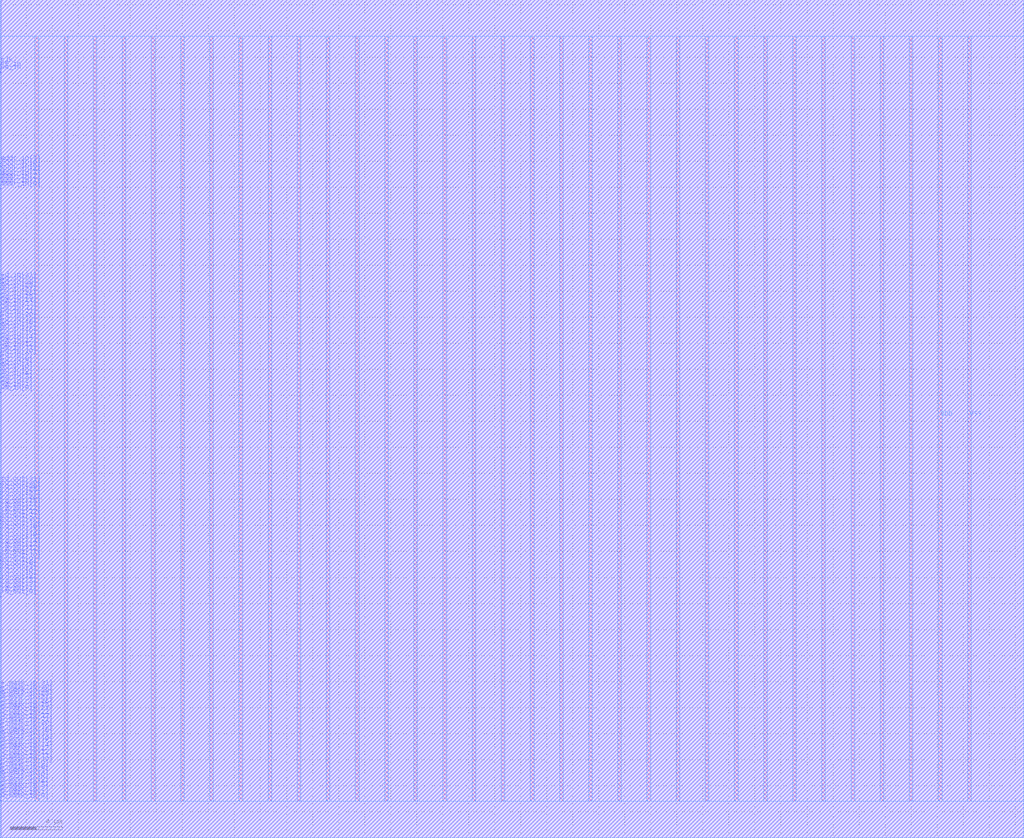
<source format=lef>
VERSION 5.7 ;
BUSBITCHARS "[]" ;
MACRO fakeram45_256x32_bottom
  FOREIGN fakeram45_256x32_bottom 0 0 ;
  SYMMETRY X Y R90 ;
  SIZE 78.660 BY 64.400 ;
  CLASS BLOCK ;
  PIN w_mask_in[0]
    DIRECTION INPUT ;
    USE SIGNAL ;
    SHAPE ABUTMENT ;
    PORT
      LAYER M3 ;
      RECT 0.000 2.800 0.070 2.870 ;
    END
  END w_mask_in[0]
  PIN w_mask_in[1]
    DIRECTION INPUT ;
    USE SIGNAL ;
    SHAPE ABUTMENT ;
    PORT
      LAYER M3 ;
      RECT 0.000 3.080 0.070 3.150 ;
    END
  END w_mask_in[1]
  PIN w_mask_in[2]
    DIRECTION INPUT ;
    USE SIGNAL ;
    SHAPE ABUTMENT ;
    PORT
      LAYER M3 ;
      RECT 0.000 3.360 0.070 3.430 ;
    END
  END w_mask_in[2]
  PIN w_mask_in[3]
    DIRECTION INPUT ;
    USE SIGNAL ;
    SHAPE ABUTMENT ;
    PORT
      LAYER M3 ;
      RECT 0.000 3.640 0.070 3.710 ;
    END
  END w_mask_in[3]
  PIN w_mask_in[4]
    DIRECTION INPUT ;
    USE SIGNAL ;
    SHAPE ABUTMENT ;
    PORT
      LAYER M3 ;
      RECT 0.000 3.920 0.070 3.990 ;
    END
  END w_mask_in[4]
  PIN w_mask_in[5]
    DIRECTION INPUT ;
    USE SIGNAL ;
    SHAPE ABUTMENT ;
    PORT
      LAYER M3 ;
      RECT 0.000 4.200 0.070 4.270 ;
    END
  END w_mask_in[5]
  PIN w_mask_in[6]
    DIRECTION INPUT ;
    USE SIGNAL ;
    SHAPE ABUTMENT ;
    PORT
      LAYER M3 ;
      RECT 0.000 4.480 0.070 4.550 ;
    END
  END w_mask_in[6]
  PIN w_mask_in[7]
    DIRECTION INPUT ;
    USE SIGNAL ;
    SHAPE ABUTMENT ;
    PORT
      LAYER M3 ;
      RECT 0.000 4.760 0.070 4.830 ;
    END
  END w_mask_in[7]
  PIN w_mask_in[8]
    DIRECTION INPUT ;
    USE SIGNAL ;
    SHAPE ABUTMENT ;
    PORT
      LAYER M3 ;
      RECT 0.000 5.040 0.070 5.110 ;
    END
  END w_mask_in[8]
  PIN w_mask_in[9]
    DIRECTION INPUT ;
    USE SIGNAL ;
    SHAPE ABUTMENT ;
    PORT
      LAYER M3 ;
      RECT 0.000 5.320 0.070 5.390 ;
    END
  END w_mask_in[9]
  PIN w_mask_in[10]
    DIRECTION INPUT ;
    USE SIGNAL ;
    SHAPE ABUTMENT ;
    PORT
      LAYER M3 ;
      RECT 0.000 5.600 0.070 5.670 ;
    END
  END w_mask_in[10]
  PIN w_mask_in[11]
    DIRECTION INPUT ;
    USE SIGNAL ;
    SHAPE ABUTMENT ;
    PORT
      LAYER M3 ;
      RECT 0.000 5.880 0.070 5.950 ;
    END
  END w_mask_in[11]
  PIN w_mask_in[12]
    DIRECTION INPUT ;
    USE SIGNAL ;
    SHAPE ABUTMENT ;
    PORT
      LAYER M3 ;
      RECT 0.000 6.160 0.070 6.230 ;
    END
  END w_mask_in[12]
  PIN w_mask_in[13]
    DIRECTION INPUT ;
    USE SIGNAL ;
    SHAPE ABUTMENT ;
    PORT
      LAYER M3 ;
      RECT 0.000 6.440 0.070 6.510 ;
    END
  END w_mask_in[13]
  PIN w_mask_in[14]
    DIRECTION INPUT ;
    USE SIGNAL ;
    SHAPE ABUTMENT ;
    PORT
      LAYER M3 ;
      RECT 0.000 6.720 0.070 6.790 ;
    END
  END w_mask_in[14]
  PIN w_mask_in[15]
    DIRECTION INPUT ;
    USE SIGNAL ;
    SHAPE ABUTMENT ;
    PORT
      LAYER M3 ;
      RECT 0.000 7.000 0.070 7.070 ;
    END
  END w_mask_in[15]
  PIN w_mask_in[16]
    DIRECTION INPUT ;
    USE SIGNAL ;
    SHAPE ABUTMENT ;
    PORT
      LAYER M3 ;
      RECT 0.000 7.280 0.070 7.350 ;
    END
  END w_mask_in[16]
  PIN w_mask_in[17]
    DIRECTION INPUT ;
    USE SIGNAL ;
    SHAPE ABUTMENT ;
    PORT
      LAYER M3 ;
      RECT 0.000 7.560 0.070 7.630 ;
    END
  END w_mask_in[17]
  PIN w_mask_in[18]
    DIRECTION INPUT ;
    USE SIGNAL ;
    SHAPE ABUTMENT ;
    PORT
      LAYER M3 ;
      RECT 0.000 7.840 0.070 7.910 ;
    END
  END w_mask_in[18]
  PIN w_mask_in[19]
    DIRECTION INPUT ;
    USE SIGNAL ;
    SHAPE ABUTMENT ;
    PORT
      LAYER M3 ;
      RECT 0.000 8.120 0.070 8.190 ;
    END
  END w_mask_in[19]
  PIN w_mask_in[20]
    DIRECTION INPUT ;
    USE SIGNAL ;
    SHAPE ABUTMENT ;
    PORT
      LAYER M3 ;
      RECT 0.000 8.400 0.070 8.470 ;
    END
  END w_mask_in[20]
  PIN w_mask_in[21]
    DIRECTION INPUT ;
    USE SIGNAL ;
    SHAPE ABUTMENT ;
    PORT
      LAYER M3 ;
      RECT 0.000 8.680 0.070 8.750 ;
    END
  END w_mask_in[21]
  PIN w_mask_in[22]
    DIRECTION INPUT ;
    USE SIGNAL ;
    SHAPE ABUTMENT ;
    PORT
      LAYER M3 ;
      RECT 0.000 8.960 0.070 9.030 ;
    END
  END w_mask_in[22]
  PIN w_mask_in[23]
    DIRECTION INPUT ;
    USE SIGNAL ;
    SHAPE ABUTMENT ;
    PORT
      LAYER M3 ;
      RECT 0.000 9.240 0.070 9.310 ;
    END
  END w_mask_in[23]
  PIN w_mask_in[24]
    DIRECTION INPUT ;
    USE SIGNAL ;
    SHAPE ABUTMENT ;
    PORT
      LAYER M3 ;
      RECT 0.000 9.520 0.070 9.590 ;
    END
  END w_mask_in[24]
  PIN w_mask_in[25]
    DIRECTION INPUT ;
    USE SIGNAL ;
    SHAPE ABUTMENT ;
    PORT
      LAYER M3 ;
      RECT 0.000 9.800 0.070 9.870 ;
    END
  END w_mask_in[25]
  PIN w_mask_in[26]
    DIRECTION INPUT ;
    USE SIGNAL ;
    SHAPE ABUTMENT ;
    PORT
      LAYER M3 ;
      RECT 0.000 10.080 0.070 10.150 ;
    END
  END w_mask_in[26]
  PIN w_mask_in[27]
    DIRECTION INPUT ;
    USE SIGNAL ;
    SHAPE ABUTMENT ;
    PORT
      LAYER M3 ;
      RECT 0.000 10.360 0.070 10.430 ;
    END
  END w_mask_in[27]
  PIN w_mask_in[28]
    DIRECTION INPUT ;
    USE SIGNAL ;
    SHAPE ABUTMENT ;
    PORT
      LAYER M3 ;
      RECT 0.000 10.640 0.070 10.710 ;
    END
  END w_mask_in[28]
  PIN w_mask_in[29]
    DIRECTION INPUT ;
    USE SIGNAL ;
    SHAPE ABUTMENT ;
    PORT
      LAYER M3 ;
      RECT 0.000 10.920 0.070 10.990 ;
    END
  END w_mask_in[29]
  PIN w_mask_in[30]
    DIRECTION INPUT ;
    USE SIGNAL ;
    SHAPE ABUTMENT ;
    PORT
      LAYER M3 ;
      RECT 0.000 11.200 0.070 11.270 ;
    END
  END w_mask_in[30]
  PIN w_mask_in[31]
    DIRECTION INPUT ;
    USE SIGNAL ;
    SHAPE ABUTMENT ;
    PORT
      LAYER M3 ;
      RECT 0.000 11.480 0.070 11.550 ;
    END
  END w_mask_in[31]
  PIN rd_out[0]
    DIRECTION OUTPUT ;
    USE SIGNAL ;
    SHAPE ABUTMENT ;
    PORT
      LAYER M3 ;
      RECT 0.000 18.480 0.070 18.550 ;
    END
  END rd_out[0]
  PIN rd_out[1]
    DIRECTION OUTPUT ;
    USE SIGNAL ;
    SHAPE ABUTMENT ;
    PORT
      LAYER M3 ;
      RECT 0.000 18.760 0.070 18.830 ;
    END
  END rd_out[1]
  PIN rd_out[2]
    DIRECTION OUTPUT ;
    USE SIGNAL ;
    SHAPE ABUTMENT ;
    PORT
      LAYER M3 ;
      RECT 0.000 19.040 0.070 19.110 ;
    END
  END rd_out[2]
  PIN rd_out[3]
    DIRECTION OUTPUT ;
    USE SIGNAL ;
    SHAPE ABUTMENT ;
    PORT
      LAYER M3 ;
      RECT 0.000 19.320 0.070 19.390 ;
    END
  END rd_out[3]
  PIN rd_out[4]
    DIRECTION OUTPUT ;
    USE SIGNAL ;
    SHAPE ABUTMENT ;
    PORT
      LAYER M3 ;
      RECT 0.000 19.600 0.070 19.670 ;
    END
  END rd_out[4]
  PIN rd_out[5]
    DIRECTION OUTPUT ;
    USE SIGNAL ;
    SHAPE ABUTMENT ;
    PORT
      LAYER M3 ;
      RECT 0.000 19.880 0.070 19.950 ;
    END
  END rd_out[5]
  PIN rd_out[6]
    DIRECTION OUTPUT ;
    USE SIGNAL ;
    SHAPE ABUTMENT ;
    PORT
      LAYER M3 ;
      RECT 0.000 20.160 0.070 20.230 ;
    END
  END rd_out[6]
  PIN rd_out[7]
    DIRECTION OUTPUT ;
    USE SIGNAL ;
    SHAPE ABUTMENT ;
    PORT
      LAYER M3 ;
      RECT 0.000 20.440 0.070 20.510 ;
    END
  END rd_out[7]
  PIN rd_out[8]
    DIRECTION OUTPUT ;
    USE SIGNAL ;
    SHAPE ABUTMENT ;
    PORT
      LAYER M3 ;
      RECT 0.000 20.720 0.070 20.790 ;
    END
  END rd_out[8]
  PIN rd_out[9]
    DIRECTION OUTPUT ;
    USE SIGNAL ;
    SHAPE ABUTMENT ;
    PORT
      LAYER M3 ;
      RECT 0.000 21.000 0.070 21.070 ;
    END
  END rd_out[9]
  PIN rd_out[10]
    DIRECTION OUTPUT ;
    USE SIGNAL ;
    SHAPE ABUTMENT ;
    PORT
      LAYER M3 ;
      RECT 0.000 21.280 0.070 21.350 ;
    END
  END rd_out[10]
  PIN rd_out[11]
    DIRECTION OUTPUT ;
    USE SIGNAL ;
    SHAPE ABUTMENT ;
    PORT
      LAYER M3 ;
      RECT 0.000 21.560 0.070 21.630 ;
    END
  END rd_out[11]
  PIN rd_out[12]
    DIRECTION OUTPUT ;
    USE SIGNAL ;
    SHAPE ABUTMENT ;
    PORT
      LAYER M3 ;
      RECT 0.000 21.840 0.070 21.910 ;
    END
  END rd_out[12]
  PIN rd_out[13]
    DIRECTION OUTPUT ;
    USE SIGNAL ;
    SHAPE ABUTMENT ;
    PORT
      LAYER M3 ;
      RECT 0.000 22.120 0.070 22.190 ;
    END
  END rd_out[13]
  PIN rd_out[14]
    DIRECTION OUTPUT ;
    USE SIGNAL ;
    SHAPE ABUTMENT ;
    PORT
      LAYER M3 ;
      RECT 0.000 22.400 0.070 22.470 ;
    END
  END rd_out[14]
  PIN rd_out[15]
    DIRECTION OUTPUT ;
    USE SIGNAL ;
    SHAPE ABUTMENT ;
    PORT
      LAYER M3 ;
      RECT 0.000 22.680 0.070 22.750 ;
    END
  END rd_out[15]
  PIN rd_out[16]
    DIRECTION OUTPUT ;
    USE SIGNAL ;
    SHAPE ABUTMENT ;
    PORT
      LAYER M3 ;
      RECT 0.000 22.960 0.070 23.030 ;
    END
  END rd_out[16]
  PIN rd_out[17]
    DIRECTION OUTPUT ;
    USE SIGNAL ;
    SHAPE ABUTMENT ;
    PORT
      LAYER M3 ;
      RECT 0.000 23.240 0.070 23.310 ;
    END
  END rd_out[17]
  PIN rd_out[18]
    DIRECTION OUTPUT ;
    USE SIGNAL ;
    SHAPE ABUTMENT ;
    PORT
      LAYER M3 ;
      RECT 0.000 23.520 0.070 23.590 ;
    END
  END rd_out[18]
  PIN rd_out[19]
    DIRECTION OUTPUT ;
    USE SIGNAL ;
    SHAPE ABUTMENT ;
    PORT
      LAYER M3 ;
      RECT 0.000 23.800 0.070 23.870 ;
    END
  END rd_out[19]
  PIN rd_out[20]
    DIRECTION OUTPUT ;
    USE SIGNAL ;
    SHAPE ABUTMENT ;
    PORT
      LAYER M3 ;
      RECT 0.000 24.080 0.070 24.150 ;
    END
  END rd_out[20]
  PIN rd_out[21]
    DIRECTION OUTPUT ;
    USE SIGNAL ;
    SHAPE ABUTMENT ;
    PORT
      LAYER M3 ;
      RECT 0.000 24.360 0.070 24.430 ;
    END
  END rd_out[21]
  PIN rd_out[22]
    DIRECTION OUTPUT ;
    USE SIGNAL ;
    SHAPE ABUTMENT ;
    PORT
      LAYER M3 ;
      RECT 0.000 24.640 0.070 24.710 ;
    END
  END rd_out[22]
  PIN rd_out[23]
    DIRECTION OUTPUT ;
    USE SIGNAL ;
    SHAPE ABUTMENT ;
    PORT
      LAYER M3 ;
      RECT 0.000 24.920 0.070 24.990 ;
    END
  END rd_out[23]
  PIN rd_out[24]
    DIRECTION OUTPUT ;
    USE SIGNAL ;
    SHAPE ABUTMENT ;
    PORT
      LAYER M3 ;
      RECT 0.000 25.200 0.070 25.270 ;
    END
  END rd_out[24]
  PIN rd_out[25]
    DIRECTION OUTPUT ;
    USE SIGNAL ;
    SHAPE ABUTMENT ;
    PORT
      LAYER M3 ;
      RECT 0.000 25.480 0.070 25.550 ;
    END
  END rd_out[25]
  PIN rd_out[26]
    DIRECTION OUTPUT ;
    USE SIGNAL ;
    SHAPE ABUTMENT ;
    PORT
      LAYER M3 ;
      RECT 0.000 25.760 0.070 25.830 ;
    END
  END rd_out[26]
  PIN rd_out[27]
    DIRECTION OUTPUT ;
    USE SIGNAL ;
    SHAPE ABUTMENT ;
    PORT
      LAYER M3 ;
      RECT 0.000 26.040 0.070 26.110 ;
    END
  END rd_out[27]
  PIN rd_out[28]
    DIRECTION OUTPUT ;
    USE SIGNAL ;
    SHAPE ABUTMENT ;
    PORT
      LAYER M3 ;
      RECT 0.000 26.320 0.070 26.390 ;
    END
  END rd_out[28]
  PIN rd_out[29]
    DIRECTION OUTPUT ;
    USE SIGNAL ;
    SHAPE ABUTMENT ;
    PORT
      LAYER M3 ;
      RECT 0.000 26.600 0.070 26.670 ;
    END
  END rd_out[29]
  PIN rd_out[30]
    DIRECTION OUTPUT ;
    USE SIGNAL ;
    SHAPE ABUTMENT ;
    PORT
      LAYER M3 ;
      RECT 0.000 26.880 0.070 26.950 ;
    END
  END rd_out[30]
  PIN rd_out[31]
    DIRECTION OUTPUT ;
    USE SIGNAL ;
    SHAPE ABUTMENT ;
    PORT
      LAYER M3 ;
      RECT 0.000 27.160 0.070 27.230 ;
    END
  END rd_out[31]
  PIN wd_in[0]
    DIRECTION INPUT ;
    USE SIGNAL ;
    SHAPE ABUTMENT ;
    PORT
      LAYER M3 ;
      RECT 0.000 34.160 0.070 34.230 ;
    END
  END wd_in[0]
  PIN wd_in[1]
    DIRECTION INPUT ;
    USE SIGNAL ;
    SHAPE ABUTMENT ;
    PORT
      LAYER M3 ;
      RECT 0.000 34.440 0.070 34.510 ;
    END
  END wd_in[1]
  PIN wd_in[2]
    DIRECTION INPUT ;
    USE SIGNAL ;
    SHAPE ABUTMENT ;
    PORT
      LAYER M3 ;
      RECT 0.000 34.720 0.070 34.790 ;
    END
  END wd_in[2]
  PIN wd_in[3]
    DIRECTION INPUT ;
    USE SIGNAL ;
    SHAPE ABUTMENT ;
    PORT
      LAYER M3 ;
      RECT 0.000 35.000 0.070 35.070 ;
    END
  END wd_in[3]
  PIN wd_in[4]
    DIRECTION INPUT ;
    USE SIGNAL ;
    SHAPE ABUTMENT ;
    PORT
      LAYER M3 ;
      RECT 0.000 35.280 0.070 35.350 ;
    END
  END wd_in[4]
  PIN wd_in[5]
    DIRECTION INPUT ;
    USE SIGNAL ;
    SHAPE ABUTMENT ;
    PORT
      LAYER M3 ;
      RECT 0.000 35.560 0.070 35.630 ;
    END
  END wd_in[5]
  PIN wd_in[6]
    DIRECTION INPUT ;
    USE SIGNAL ;
    SHAPE ABUTMENT ;
    PORT
      LAYER M3 ;
      RECT 0.000 35.840 0.070 35.910 ;
    END
  END wd_in[6]
  PIN wd_in[7]
    DIRECTION INPUT ;
    USE SIGNAL ;
    SHAPE ABUTMENT ;
    PORT
      LAYER M3 ;
      RECT 0.000 36.120 0.070 36.190 ;
    END
  END wd_in[7]
  PIN wd_in[8]
    DIRECTION INPUT ;
    USE SIGNAL ;
    SHAPE ABUTMENT ;
    PORT
      LAYER M3 ;
      RECT 0.000 36.400 0.070 36.470 ;
    END
  END wd_in[8]
  PIN wd_in[9]
    DIRECTION INPUT ;
    USE SIGNAL ;
    SHAPE ABUTMENT ;
    PORT
      LAYER M3 ;
      RECT 0.000 36.680 0.070 36.750 ;
    END
  END wd_in[9]
  PIN wd_in[10]
    DIRECTION INPUT ;
    USE SIGNAL ;
    SHAPE ABUTMENT ;
    PORT
      LAYER M3 ;
      RECT 0.000 36.960 0.070 37.030 ;
    END
  END wd_in[10]
  PIN wd_in[11]
    DIRECTION INPUT ;
    USE SIGNAL ;
    SHAPE ABUTMENT ;
    PORT
      LAYER M3 ;
      RECT 0.000 37.240 0.070 37.310 ;
    END
  END wd_in[11]
  PIN wd_in[12]
    DIRECTION INPUT ;
    USE SIGNAL ;
    SHAPE ABUTMENT ;
    PORT
      LAYER M3 ;
      RECT 0.000 37.520 0.070 37.590 ;
    END
  END wd_in[12]
  PIN wd_in[13]
    DIRECTION INPUT ;
    USE SIGNAL ;
    SHAPE ABUTMENT ;
    PORT
      LAYER M3 ;
      RECT 0.000 37.800 0.070 37.870 ;
    END
  END wd_in[13]
  PIN wd_in[14]
    DIRECTION INPUT ;
    USE SIGNAL ;
    SHAPE ABUTMENT ;
    PORT
      LAYER M3 ;
      RECT 0.000 38.080 0.070 38.150 ;
    END
  END wd_in[14]
  PIN wd_in[15]
    DIRECTION INPUT ;
    USE SIGNAL ;
    SHAPE ABUTMENT ;
    PORT
      LAYER M3 ;
      RECT 0.000 38.360 0.070 38.430 ;
    END
  END wd_in[15]
  PIN wd_in[16]
    DIRECTION INPUT ;
    USE SIGNAL ;
    SHAPE ABUTMENT ;
    PORT
      LAYER M3 ;
      RECT 0.000 38.640 0.070 38.710 ;
    END
  END wd_in[16]
  PIN wd_in[17]
    DIRECTION INPUT ;
    USE SIGNAL ;
    SHAPE ABUTMENT ;
    PORT
      LAYER M3 ;
      RECT 0.000 38.920 0.070 38.990 ;
    END
  END wd_in[17]
  PIN wd_in[18]
    DIRECTION INPUT ;
    USE SIGNAL ;
    SHAPE ABUTMENT ;
    PORT
      LAYER M3 ;
      RECT 0.000 39.200 0.070 39.270 ;
    END
  END wd_in[18]
  PIN wd_in[19]
    DIRECTION INPUT ;
    USE SIGNAL ;
    SHAPE ABUTMENT ;
    PORT
      LAYER M3 ;
      RECT 0.000 39.480 0.070 39.550 ;
    END
  END wd_in[19]
  PIN wd_in[20]
    DIRECTION INPUT ;
    USE SIGNAL ;
    SHAPE ABUTMENT ;
    PORT
      LAYER M3 ;
      RECT 0.000 39.760 0.070 39.830 ;
    END
  END wd_in[20]
  PIN wd_in[21]
    DIRECTION INPUT ;
    USE SIGNAL ;
    SHAPE ABUTMENT ;
    PORT
      LAYER M3 ;
      RECT 0.000 40.040 0.070 40.110 ;
    END
  END wd_in[21]
  PIN wd_in[22]
    DIRECTION INPUT ;
    USE SIGNAL ;
    SHAPE ABUTMENT ;
    PORT
      LAYER M3 ;
      RECT 0.000 40.320 0.070 40.390 ;
    END
  END wd_in[22]
  PIN wd_in[23]
    DIRECTION INPUT ;
    USE SIGNAL ;
    SHAPE ABUTMENT ;
    PORT
      LAYER M3 ;
      RECT 0.000 40.600 0.070 40.670 ;
    END
  END wd_in[23]
  PIN wd_in[24]
    DIRECTION INPUT ;
    USE SIGNAL ;
    SHAPE ABUTMENT ;
    PORT
      LAYER M3 ;
      RECT 0.000 40.880 0.070 40.950 ;
    END
  END wd_in[24]
  PIN wd_in[25]
    DIRECTION INPUT ;
    USE SIGNAL ;
    SHAPE ABUTMENT ;
    PORT
      LAYER M3 ;
      RECT 0.000 41.160 0.070 41.230 ;
    END
  END wd_in[25]
  PIN wd_in[26]
    DIRECTION INPUT ;
    USE SIGNAL ;
    SHAPE ABUTMENT ;
    PORT
      LAYER M3 ;
      RECT 0.000 41.440 0.070 41.510 ;
    END
  END wd_in[26]
  PIN wd_in[27]
    DIRECTION INPUT ;
    USE SIGNAL ;
    SHAPE ABUTMENT ;
    PORT
      LAYER M3 ;
      RECT 0.000 41.720 0.070 41.790 ;
    END
  END wd_in[27]
  PIN wd_in[28]
    DIRECTION INPUT ;
    USE SIGNAL ;
    SHAPE ABUTMENT ;
    PORT
      LAYER M3 ;
      RECT 0.000 42.000 0.070 42.070 ;
    END
  END wd_in[28]
  PIN wd_in[29]
    DIRECTION INPUT ;
    USE SIGNAL ;
    SHAPE ABUTMENT ;
    PORT
      LAYER M3 ;
      RECT 0.000 42.280 0.070 42.350 ;
    END
  END wd_in[29]
  PIN wd_in[30]
    DIRECTION INPUT ;
    USE SIGNAL ;
    SHAPE ABUTMENT ;
    PORT
      LAYER M3 ;
      RECT 0.000 42.560 0.070 42.630 ;
    END
  END wd_in[30]
  PIN wd_in[31]
    DIRECTION INPUT ;
    USE SIGNAL ;
    SHAPE ABUTMENT ;
    PORT
      LAYER M3 ;
      RECT 0.000 42.840 0.070 42.910 ;
    END
  END wd_in[31]
  PIN addr_in[0]
    DIRECTION INPUT ;
    USE SIGNAL ;
    SHAPE ABUTMENT ;
    PORT
      LAYER M3 ;
      RECT 0.000 49.840 0.070 49.910 ;
    END
  END addr_in[0]
  PIN addr_in[1]
    DIRECTION INPUT ;
    USE SIGNAL ;
    SHAPE ABUTMENT ;
    PORT
      LAYER M3 ;
      RECT 0.000 50.120 0.070 50.190 ;
    END
  END addr_in[1]
  PIN addr_in[2]
    DIRECTION INPUT ;
    USE SIGNAL ;
    SHAPE ABUTMENT ;
    PORT
      LAYER M3 ;
      RECT 0.000 50.400 0.070 50.470 ;
    END
  END addr_in[2]
  PIN addr_in[3]
    DIRECTION INPUT ;
    USE SIGNAL ;
    SHAPE ABUTMENT ;
    PORT
      LAYER M3 ;
      RECT 0.000 50.680 0.070 50.750 ;
    END
  END addr_in[3]
  PIN addr_in[4]
    DIRECTION INPUT ;
    USE SIGNAL ;
    SHAPE ABUTMENT ;
    PORT
      LAYER M3 ;
      RECT 0.000 50.960 0.070 51.030 ;
    END
  END addr_in[4]
  PIN addr_in[5]
    DIRECTION INPUT ;
    USE SIGNAL ;
    SHAPE ABUTMENT ;
    PORT
      LAYER M3 ;
      RECT 0.000 51.240 0.070 51.310 ;
    END
  END addr_in[5]
  PIN addr_in[6]
    DIRECTION INPUT ;
    USE SIGNAL ;
    SHAPE ABUTMENT ;
    PORT
      LAYER M3 ;
      RECT 0.000 51.520 0.070 51.590 ;
    END
  END addr_in[6]
  PIN addr_in[7]
    DIRECTION INPUT ;
    USE SIGNAL ;
    SHAPE ABUTMENT ;
    PORT
      LAYER M3 ;
      RECT 0.000 51.800 0.070 51.870 ;
    END
  END addr_in[7]
  PIN we_in
    DIRECTION INPUT ;
    USE SIGNAL ;
    SHAPE ABUTMENT ;
    PORT
      LAYER M3 ;
      RECT 0.000 58.800 0.070 58.870 ;
    END
  END we_in
  PIN ce_in
    DIRECTION INPUT ;
    USE SIGNAL ;
    SHAPE ABUTMENT ;
    PORT
      LAYER M3 ;
      RECT 0.000 59.080 0.070 59.150 ;
    END
  END ce_in
  PIN clk
    DIRECTION INPUT ;
    USE SIGNAL ;
    SHAPE ABUTMENT ;
    PORT
      LAYER M3 ;
      RECT 0.000 59.360 0.070 59.430 ;
    END
  END clk
  PIN VSS
    DIRECTION INOUT ;
    USE GROUND ;
    PORT
      LAYER M4 ;
      RECT 2.660 2.800 2.940 61.600 ;
      RECT 7.140 2.800 7.420 61.600 ;
      RECT 11.620 2.800 11.900 61.600 ;
      RECT 16.100 2.800 16.380 61.600 ;
      RECT 20.580 2.800 20.860 61.600 ;
      RECT 25.060 2.800 25.340 61.600 ;
      RECT 29.540 2.800 29.820 61.600 ;
      RECT 34.020 2.800 34.300 61.600 ;
      RECT 38.500 2.800 38.780 61.600 ;
      RECT 42.980 2.800 43.260 61.600 ;
      RECT 47.460 2.800 47.740 61.600 ;
      RECT 51.940 2.800 52.220 61.600 ;
      RECT 56.420 2.800 56.700 61.600 ;
      RECT 60.900 2.800 61.180 61.600 ;
      RECT 65.380 2.800 65.660 61.600 ;
      RECT 69.860 2.800 70.140 61.600 ;
      RECT 74.340 2.800 74.620 61.600 ;
    END
  END VSS
  PIN VDD
    DIRECTION INOUT ;
    USE POWER ;
    PORT
      LAYER M4 ;
      RECT 4.900 2.800 5.180 61.600 ;
      RECT 9.380 2.800 9.660 61.600 ;
      RECT 13.860 2.800 14.140 61.600 ;
      RECT 18.340 2.800 18.620 61.600 ;
      RECT 22.820 2.800 23.100 61.600 ;
      RECT 27.300 2.800 27.580 61.600 ;
      RECT 31.780 2.800 32.060 61.600 ;
      RECT 36.260 2.800 36.540 61.600 ;
      RECT 40.740 2.800 41.020 61.600 ;
      RECT 45.220 2.800 45.500 61.600 ;
      RECT 49.700 2.800 49.980 61.600 ;
      RECT 54.180 2.800 54.460 61.600 ;
      RECT 58.660 2.800 58.940 61.600 ;
      RECT 63.140 2.800 63.420 61.600 ;
      RECT 67.620 2.800 67.900 61.600 ;
      RECT 72.100 2.800 72.380 61.600 ;
    END
  END VDD
  OBS
    LAYER M1 ;
    RECT 0 0 78.660 64.400 ;
    LAYER M2 ;
    RECT 0 0 78.660 64.400 ;
    LAYER M3 ;
    RECT 0.070 0 78.660 64.400 ;
    RECT 0 0.000 0.070 2.800 ;
    RECT 0 2.870 0.070 3.080 ;
    RECT 0 3.150 0.070 3.360 ;
    RECT 0 3.430 0.070 3.640 ;
    RECT 0 3.710 0.070 3.920 ;
    RECT 0 3.990 0.070 4.200 ;
    RECT 0 4.270 0.070 4.480 ;
    RECT 0 4.550 0.070 4.760 ;
    RECT 0 4.830 0.070 5.040 ;
    RECT 0 5.110 0.070 5.320 ;
    RECT 0 5.390 0.070 5.600 ;
    RECT 0 5.670 0.070 5.880 ;
    RECT 0 5.950 0.070 6.160 ;
    RECT 0 6.230 0.070 6.440 ;
    RECT 0 6.510 0.070 6.720 ;
    RECT 0 6.790 0.070 7.000 ;
    RECT 0 7.070 0.070 7.280 ;
    RECT 0 7.350 0.070 7.560 ;
    RECT 0 7.630 0.070 7.840 ;
    RECT 0 7.910 0.070 8.120 ;
    RECT 0 8.190 0.070 8.400 ;
    RECT 0 8.470 0.070 8.680 ;
    RECT 0 8.750 0.070 8.960 ;
    RECT 0 9.030 0.070 9.240 ;
    RECT 0 9.310 0.070 9.520 ;
    RECT 0 9.590 0.070 9.800 ;
    RECT 0 9.870 0.070 10.080 ;
    RECT 0 10.150 0.070 10.360 ;
    RECT 0 10.430 0.070 10.640 ;
    RECT 0 10.710 0.070 10.920 ;
    RECT 0 10.990 0.070 11.200 ;
    RECT 0 11.270 0.070 11.480 ;
    RECT 0 11.550 0.070 18.480 ;
    RECT 0 18.550 0.070 18.760 ;
    RECT 0 18.830 0.070 19.040 ;
    RECT 0 19.110 0.070 19.320 ;
    RECT 0 19.390 0.070 19.600 ;
    RECT 0 19.670 0.070 19.880 ;
    RECT 0 19.950 0.070 20.160 ;
    RECT 0 20.230 0.070 20.440 ;
    RECT 0 20.510 0.070 20.720 ;
    RECT 0 20.790 0.070 21.000 ;
    RECT 0 21.070 0.070 21.280 ;
    RECT 0 21.350 0.070 21.560 ;
    RECT 0 21.630 0.070 21.840 ;
    RECT 0 21.910 0.070 22.120 ;
    RECT 0 22.190 0.070 22.400 ;
    RECT 0 22.470 0.070 22.680 ;
    RECT 0 22.750 0.070 22.960 ;
    RECT 0 23.030 0.070 23.240 ;
    RECT 0 23.310 0.070 23.520 ;
    RECT 0 23.590 0.070 23.800 ;
    RECT 0 23.870 0.070 24.080 ;
    RECT 0 24.150 0.070 24.360 ;
    RECT 0 24.430 0.070 24.640 ;
    RECT 0 24.710 0.070 24.920 ;
    RECT 0 24.990 0.070 25.200 ;
    RECT 0 25.270 0.070 25.480 ;
    RECT 0 25.550 0.070 25.760 ;
    RECT 0 25.830 0.070 26.040 ;
    RECT 0 26.110 0.070 26.320 ;
    RECT 0 26.390 0.070 26.600 ;
    RECT 0 26.670 0.070 26.880 ;
    RECT 0 26.950 0.070 27.160 ;
    RECT 0 27.230 0.070 34.160 ;
    RECT 0 34.230 0.070 34.440 ;
    RECT 0 34.510 0.070 34.720 ;
    RECT 0 34.790 0.070 35.000 ;
    RECT 0 35.070 0.070 35.280 ;
    RECT 0 35.350 0.070 35.560 ;
    RECT 0 35.630 0.070 35.840 ;
    RECT 0 35.910 0.070 36.120 ;
    RECT 0 36.190 0.070 36.400 ;
    RECT 0 36.470 0.070 36.680 ;
    RECT 0 36.750 0.070 36.960 ;
    RECT 0 37.030 0.070 37.240 ;
    RECT 0 37.310 0.070 37.520 ;
    RECT 0 37.590 0.070 37.800 ;
    RECT 0 37.870 0.070 38.080 ;
    RECT 0 38.150 0.070 38.360 ;
    RECT 0 38.430 0.070 38.640 ;
    RECT 0 38.710 0.070 38.920 ;
    RECT 0 38.990 0.070 39.200 ;
    RECT 0 39.270 0.070 39.480 ;
    RECT 0 39.550 0.070 39.760 ;
    RECT 0 39.830 0.070 40.040 ;
    RECT 0 40.110 0.070 40.320 ;
    RECT 0 40.390 0.070 40.600 ;
    RECT 0 40.670 0.070 40.880 ;
    RECT 0 40.950 0.070 41.160 ;
    RECT 0 41.230 0.070 41.440 ;
    RECT 0 41.510 0.070 41.720 ;
    RECT 0 41.790 0.070 42.000 ;
    RECT 0 42.070 0.070 42.280 ;
    RECT 0 42.350 0.070 42.560 ;
    RECT 0 42.630 0.070 42.840 ;
    RECT 0 42.910 0.070 49.840 ;
    RECT 0 49.910 0.070 50.120 ;
    RECT 0 50.190 0.070 50.400 ;
    RECT 0 50.470 0.070 50.680 ;
    RECT 0 50.750 0.070 50.960 ;
    RECT 0 51.030 0.070 51.240 ;
    RECT 0 51.310 0.070 51.520 ;
    RECT 0 51.590 0.070 51.800 ;
    RECT 0 51.870 0.070 58.800 ;
    RECT 0 58.870 0.070 59.080 ;
    RECT 0 59.150 0.070 59.360 ;
    RECT 0 59.430 0.070 64.400 ;
    LAYER M4 ;
    RECT 0 0 78.660 2.800 ;
    RECT 0 61.600 78.660 64.400 ;
    RECT 0.000 2.800 2.660 61.600 ;
    RECT 2.940 2.800 4.900 61.600 ;
    RECT 5.180 2.800 7.140 61.600 ;
    RECT 7.420 2.800 9.380 61.600 ;
    RECT 9.660 2.800 11.620 61.600 ;
    RECT 11.900 2.800 13.860 61.600 ;
    RECT 14.140 2.800 16.100 61.600 ;
    RECT 16.380 2.800 18.340 61.600 ;
    RECT 18.620 2.800 20.580 61.600 ;
    RECT 20.860 2.800 22.820 61.600 ;
    RECT 23.100 2.800 25.060 61.600 ;
    RECT 25.340 2.800 27.300 61.600 ;
    RECT 27.580 2.800 29.540 61.600 ;
    RECT 29.820 2.800 31.780 61.600 ;
    RECT 32.060 2.800 34.020 61.600 ;
    RECT 34.300 2.800 36.260 61.600 ;
    RECT 36.540 2.800 38.500 61.600 ;
    RECT 38.780 2.800 40.740 61.600 ;
    RECT 41.020 2.800 42.980 61.600 ;
    RECT 43.260 2.800 45.220 61.600 ;
    RECT 45.500 2.800 47.460 61.600 ;
    RECT 47.740 2.800 49.700 61.600 ;
    RECT 49.980 2.800 51.940 61.600 ;
    RECT 52.220 2.800 54.180 61.600 ;
    RECT 54.460 2.800 56.420 61.600 ;
    RECT 56.700 2.800 58.660 61.600 ;
    RECT 58.940 2.800 60.900 61.600 ;
    RECT 61.180 2.800 63.140 61.600 ;
    RECT 63.420 2.800 65.380 61.600 ;
    RECT 65.660 2.800 67.620 61.600 ;
    RECT 67.900 2.800 69.860 61.600 ;
    RECT 70.140 2.800 72.100 61.600 ;
    RECT 72.380 2.800 74.340 61.600 ;
    RECT 74.620 2.800 78.660 61.600 ;
  END
END fakeram45_256x32_bottom

END LIBRARY

</source>
